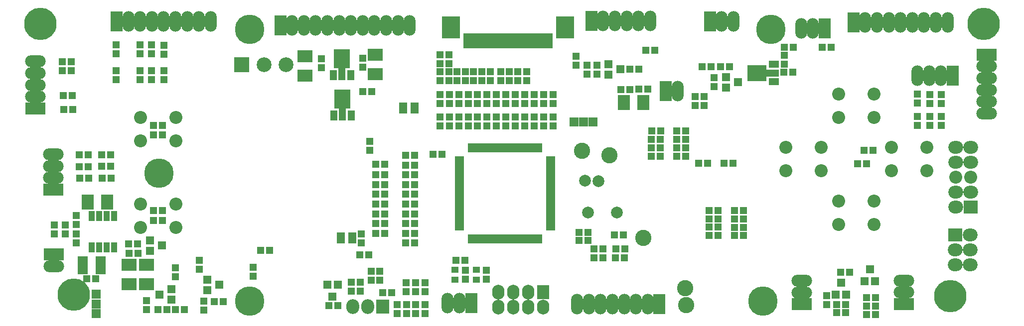
<source format=gts>
G04 (created by PCBNEW-RS274X (2011-07-08 BZR 3044)-stable) date 03/08/2011 00:28:50*
G01*
G70*
G90*
%MOIN*%
G04 Gerber Fmt 3.4, Leading zero omitted, Abs format*
%FSLAX34Y34*%
G04 APERTURE LIST*
%ADD10C,0.006000*%
%ADD11O,0.079100X0.138100*%
%ADD12R,0.079100X0.138100*%
%ADD13C,0.086900*%
%ADD14R,0.055000X0.075000*%
%ADD15R,0.100000X0.080000*%
%ADD16R,0.045000X0.051500*%
%ADD17R,0.051500X0.045000*%
%ADD18R,0.080000X0.100000*%
%ADD19C,0.108600*%
%ADD20R,0.056000X0.056000*%
%ADD21R,0.094800X0.086900*%
%ADD22O,0.098700X0.086900*%
%ADD23R,0.060000X0.030000*%
%ADD24R,0.030000X0.060000*%
%ADD25R,0.030000X0.100000*%
%ADD26R,0.120000X0.150000*%
%ADD27R,0.047600X0.067200*%
%ADD28R,0.047600X0.098700*%
%ADD29R,0.106600X0.130300*%
%ADD30R,0.083000X0.094800*%
%ADD31O,0.083000X0.098700*%
%ADD32C,0.197200*%
%ADD33C,0.216900*%
%ADD34R,0.040000X0.065000*%
%ADD35R,0.070000X0.120000*%
%ADD36R,0.059400X0.059400*%
%ADD37O,0.138100X0.079100*%
%ADD38R,0.138100X0.079100*%
%ADD39C,0.079100*%
%ADD40R,0.067200X0.047600*%
%ADD41R,0.098700X0.047600*%
%ADD42R,0.130300X0.106600*%
%ADD43R,0.051500X0.043600*%
%ADD44R,0.098700X0.098700*%
%ADD45C,0.098700*%
%ADD46R,0.086900X0.094800*%
%ADD47O,0.086900X0.098700*%
G04 APERTURE END LIST*
G54D10*
G54D11*
X20162Y-13260D03*
X19375Y-13260D03*
G54D12*
X18587Y-13260D03*
G54D11*
X20949Y-13260D03*
X21737Y-13260D03*
X22524Y-13260D03*
X23311Y-13260D03*
X24098Y-13260D03*
X24886Y-13260D03*
G54D13*
X66890Y-26850D03*
X66890Y-25276D03*
X69252Y-26850D03*
X69252Y-25276D03*
X72795Y-21693D03*
X72795Y-23267D03*
X70433Y-21693D03*
X70433Y-23267D03*
X69252Y-18110D03*
X69252Y-19684D03*
X66890Y-18110D03*
X66890Y-19684D03*
G54D14*
X34342Y-27756D03*
X33592Y-27756D03*
G54D15*
X31197Y-15590D03*
X31197Y-16890D03*
X35902Y-15472D03*
X35902Y-16772D03*
G54D14*
X38505Y-19065D03*
X37755Y-19065D03*
G54D16*
X36510Y-27450D03*
X35910Y-27450D03*
X36510Y-26800D03*
X35910Y-26800D03*
X36510Y-24832D03*
X35910Y-24832D03*
X36510Y-23523D03*
X35910Y-23523D03*
G54D17*
X35039Y-15713D03*
X35039Y-16313D03*
G54D16*
X36510Y-26151D03*
X35910Y-26151D03*
X36510Y-25491D03*
X35910Y-25491D03*
X36510Y-24173D03*
X35910Y-24173D03*
X36509Y-22815D03*
X35909Y-22815D03*
X50133Y-27392D03*
X49533Y-27392D03*
X51897Y-27539D03*
X52497Y-27539D03*
G54D17*
X32293Y-15753D03*
X32293Y-16353D03*
X34951Y-27476D03*
X34951Y-28076D03*
G54D16*
X49533Y-27933D03*
X50133Y-27933D03*
X38518Y-28090D03*
X37918Y-28090D03*
X35644Y-17953D03*
X35044Y-17953D03*
X15064Y-19144D03*
X15664Y-19144D03*
X59228Y-22740D03*
X59828Y-22740D03*
G54D17*
X37972Y-32231D03*
X37972Y-32831D03*
G54D16*
X51964Y-29085D03*
X52564Y-29085D03*
X14956Y-16535D03*
X15556Y-16535D03*
X53529Y-17795D03*
X54129Y-17795D03*
G54D17*
X38602Y-32231D03*
X38602Y-32831D03*
X39224Y-32231D03*
X39224Y-32831D03*
X46033Y-16629D03*
X46033Y-17229D03*
X44281Y-16619D03*
X44281Y-17219D03*
X43021Y-16620D03*
X43021Y-17220D03*
X41918Y-16620D03*
X41918Y-17220D03*
X43572Y-16620D03*
X43572Y-17220D03*
X42470Y-16620D03*
X42470Y-17220D03*
X41367Y-16620D03*
X41367Y-17220D03*
X45413Y-17219D03*
X45413Y-16619D03*
X44852Y-16629D03*
X44852Y-17229D03*
X35508Y-21294D03*
X35508Y-21894D03*
G54D16*
X37918Y-22224D03*
X38518Y-22224D03*
X38508Y-27450D03*
X37908Y-27450D03*
X38518Y-26151D03*
X37918Y-26151D03*
X38518Y-24832D03*
X37918Y-24832D03*
X38518Y-23523D03*
X37918Y-23523D03*
G54D17*
X38594Y-30743D03*
X38594Y-31343D03*
G54D16*
X38518Y-26800D03*
X37918Y-26800D03*
X38519Y-25491D03*
X37919Y-25491D03*
X38518Y-24173D03*
X37918Y-24173D03*
X38518Y-22873D03*
X37918Y-22873D03*
X57516Y-22736D03*
X58131Y-22736D03*
G54D17*
X37969Y-30747D03*
X37969Y-31347D03*
X39217Y-30747D03*
X39217Y-31347D03*
G54D16*
X50517Y-28484D03*
X51117Y-28484D03*
X50527Y-29085D03*
X51127Y-29085D03*
X52919Y-16466D03*
X53519Y-16466D03*
G54D17*
X50728Y-16796D03*
X50728Y-16196D03*
X49321Y-15576D03*
X49321Y-16176D03*
X40816Y-15478D03*
X40816Y-16078D03*
X40816Y-17220D03*
X40816Y-16620D03*
X40226Y-17219D03*
X40226Y-16619D03*
X40217Y-15487D03*
X40217Y-16087D03*
X40216Y-19661D03*
X40216Y-20261D03*
X41476Y-19661D03*
X41476Y-20261D03*
X42736Y-19661D03*
X42736Y-20261D03*
X43996Y-19661D03*
X43996Y-20261D03*
X40216Y-18146D03*
X40216Y-18746D03*
X41476Y-18145D03*
X41476Y-18745D03*
X42736Y-18145D03*
X42736Y-18745D03*
X43996Y-18145D03*
X43996Y-18745D03*
X40846Y-19661D03*
X40846Y-20261D03*
X42106Y-19661D03*
X42106Y-20261D03*
X43366Y-19661D03*
X43366Y-20261D03*
X44626Y-19661D03*
X44626Y-20261D03*
X40846Y-18145D03*
X40846Y-18745D03*
X42106Y-18145D03*
X42106Y-18745D03*
X43366Y-18145D03*
X43366Y-18745D03*
X44626Y-18145D03*
X44626Y-18745D03*
X47145Y-19661D03*
X47145Y-20261D03*
X45885Y-19661D03*
X45885Y-20261D03*
X47776Y-19661D03*
X47776Y-20261D03*
X46515Y-19661D03*
X46515Y-20261D03*
X45256Y-19661D03*
X45256Y-20261D03*
X47775Y-18145D03*
X47775Y-18745D03*
X46515Y-18145D03*
X46515Y-18745D03*
X45256Y-18145D03*
X45256Y-18745D03*
X47145Y-18145D03*
X47145Y-18745D03*
X45885Y-18145D03*
X45885Y-18745D03*
G54D16*
X52338Y-17805D03*
X52938Y-17805D03*
G54D18*
X52527Y-18701D03*
X53827Y-18701D03*
G54D13*
X65709Y-21693D03*
X65709Y-23267D03*
X63347Y-21693D03*
X63347Y-23267D03*
X20197Y-21259D03*
X20197Y-19685D03*
X22559Y-21259D03*
X22559Y-19685D03*
X20197Y-27047D03*
X20197Y-25473D03*
X22559Y-27047D03*
X22559Y-25473D03*
G54D16*
X14966Y-15965D03*
X15566Y-15965D03*
X15615Y-18228D03*
X15015Y-18228D03*
X67623Y-30039D03*
X67023Y-30039D03*
X68745Y-31742D03*
X69345Y-31742D03*
G54D17*
X66101Y-31629D03*
X66101Y-32229D03*
G54D16*
X66747Y-32756D03*
X67347Y-32756D03*
X68755Y-32323D03*
X69355Y-32323D03*
G54D19*
X53807Y-27764D03*
G54D16*
X68755Y-32874D03*
X69355Y-32874D03*
G54D20*
X69336Y-30666D03*
X68636Y-30666D03*
X68986Y-29866D03*
X67396Y-31542D03*
X66696Y-31542D03*
X67046Y-30742D03*
X51500Y-16806D03*
X51500Y-16106D03*
X52300Y-16456D03*
G54D16*
X19997Y-28150D03*
X19397Y-28150D03*
X19405Y-28772D03*
X20005Y-28772D03*
G54D20*
X20812Y-28618D03*
X20812Y-27918D03*
X21612Y-28268D03*
G54D16*
X57298Y-18278D03*
X57898Y-18278D03*
X57294Y-18898D03*
X57894Y-18898D03*
X54591Y-15201D03*
X53991Y-15201D03*
X52574Y-28484D03*
X51974Y-28484D03*
G54D21*
X75736Y-25671D03*
G54D22*
X74736Y-25671D03*
X75736Y-24671D03*
X74736Y-24671D03*
G54D13*
X75736Y-23671D03*
X74736Y-23671D03*
G54D22*
X75736Y-22671D03*
X74736Y-22671D03*
X75736Y-21671D03*
X74736Y-21671D03*
G54D17*
X73750Y-18145D03*
X73750Y-18745D03*
G54D23*
X41527Y-27134D03*
X41527Y-22414D03*
X41527Y-22614D03*
X41527Y-22804D03*
X41527Y-23004D03*
X41527Y-23204D03*
X41527Y-23394D03*
X41527Y-23594D03*
X41527Y-23794D03*
X41527Y-23984D03*
X41527Y-24184D03*
X41527Y-24384D03*
X41527Y-24584D03*
X41527Y-24774D03*
X41527Y-24974D03*
X41527Y-25174D03*
X41527Y-25364D03*
X41527Y-25564D03*
X41527Y-25764D03*
X41527Y-25954D03*
X41527Y-26154D03*
X41527Y-26354D03*
X41527Y-26544D03*
X41527Y-26744D03*
X41527Y-26944D03*
G54D24*
X42217Y-21724D03*
X46937Y-21724D03*
X46737Y-21724D03*
X46547Y-21724D03*
X46347Y-21724D03*
X46147Y-21724D03*
X45957Y-21724D03*
X45757Y-21724D03*
X45557Y-21724D03*
X45367Y-21724D03*
X45167Y-21724D03*
X44967Y-21724D03*
X44767Y-21724D03*
X44577Y-21724D03*
X44377Y-21724D03*
X44177Y-21724D03*
X43987Y-21724D03*
X43787Y-21724D03*
X43587Y-21724D03*
X43397Y-21724D03*
X43197Y-21724D03*
X42997Y-21724D03*
X42807Y-21724D03*
X42607Y-21724D03*
X42407Y-21724D03*
X42217Y-27824D03*
X42417Y-27824D03*
X42607Y-27824D03*
X42807Y-27824D03*
X43007Y-27824D03*
X43197Y-27824D03*
X43397Y-27824D03*
X43597Y-27824D03*
X43787Y-27824D03*
X43987Y-27824D03*
X44187Y-27824D03*
X44387Y-27824D03*
X44577Y-27824D03*
X44777Y-27824D03*
X44977Y-27824D03*
X45167Y-27824D03*
X45367Y-27824D03*
X45567Y-27824D03*
X45757Y-27824D03*
X45957Y-27824D03*
X46157Y-27824D03*
X46347Y-27824D03*
X46547Y-27824D03*
X46747Y-27824D03*
X46937Y-27824D03*
G54D23*
X47627Y-27134D03*
X47627Y-26934D03*
X47627Y-26744D03*
X47627Y-26544D03*
X47627Y-26344D03*
X47627Y-26154D03*
X47627Y-25954D03*
X47627Y-25754D03*
X47627Y-25564D03*
X47627Y-25364D03*
X47627Y-25164D03*
X47627Y-24964D03*
X47627Y-24774D03*
X47627Y-24574D03*
X47627Y-24374D03*
X47627Y-24184D03*
X47627Y-23984D03*
X47627Y-23784D03*
X47627Y-23594D03*
X47627Y-23394D03*
X47627Y-23194D03*
X47627Y-23004D03*
X47627Y-22804D03*
X47627Y-22604D03*
X47627Y-22414D03*
G54D21*
X74697Y-27553D03*
G54D22*
X75697Y-27553D03*
X74697Y-28553D03*
X75697Y-28553D03*
X74697Y-29553D03*
X75697Y-29553D03*
G54D25*
X43878Y-14548D03*
X44078Y-14548D03*
X44273Y-14548D03*
X44468Y-14548D03*
X44668Y-14548D03*
X44863Y-14548D03*
X45058Y-14548D03*
X45258Y-14548D03*
X45453Y-14548D03*
X45648Y-14548D03*
X43681Y-14548D03*
X45848Y-14548D03*
X46043Y-14548D03*
X43484Y-14548D03*
X47618Y-14548D03*
X46238Y-14548D03*
X46438Y-14548D03*
X46633Y-14548D03*
X46828Y-14548D03*
X47028Y-14548D03*
X47223Y-14548D03*
X47418Y-14548D03*
X43287Y-14548D03*
X43091Y-14548D03*
X42894Y-14548D03*
X42697Y-14548D03*
X42500Y-14548D03*
X42303Y-14548D03*
X42106Y-14548D03*
X41909Y-14548D03*
G54D26*
X48588Y-13668D03*
X40958Y-13668D03*
G54D27*
X33078Y-16854D03*
G54D28*
X33669Y-16697D03*
G54D27*
X34260Y-16854D03*
G54D29*
X33669Y-15752D03*
G54D27*
X33110Y-19537D03*
G54D28*
X33701Y-19380D03*
G54D27*
X34292Y-19537D03*
G54D29*
X33701Y-18435D03*
G54D30*
X47130Y-31394D03*
G54D31*
X47130Y-32394D03*
X46130Y-31394D03*
X46130Y-32394D03*
X45130Y-31394D03*
X45130Y-32394D03*
X44130Y-31394D03*
X44130Y-32394D03*
G54D19*
X49732Y-21909D03*
X51547Y-22205D03*
G54D16*
X16088Y-22972D03*
X16688Y-22972D03*
X16117Y-23750D03*
X16717Y-23750D03*
G54D17*
X72156Y-18125D03*
X72156Y-18725D03*
G54D16*
X16088Y-22175D03*
X16688Y-22175D03*
G54D17*
X72972Y-18135D03*
X72972Y-18735D03*
G54D16*
X17604Y-22943D03*
X18204Y-22943D03*
X17613Y-23750D03*
X18213Y-23750D03*
G54D17*
X72165Y-19611D03*
X72165Y-20211D03*
G54D16*
X17604Y-22175D03*
X18204Y-22175D03*
G54D17*
X72972Y-19611D03*
X72972Y-20211D03*
X73750Y-19611D03*
X73750Y-20211D03*
G54D16*
X40343Y-22154D03*
X39743Y-22154D03*
G54D32*
X62362Y-13780D03*
G54D33*
X76575Y-13425D03*
G54D32*
X61811Y-31969D03*
G54D33*
X74370Y-31654D03*
G54D32*
X27480Y-31969D03*
G54D33*
X15709Y-31535D03*
G54D32*
X21417Y-23425D03*
G54D33*
X13504Y-13425D03*
G54D32*
X27480Y-13780D03*
G54D17*
X15894Y-27483D03*
X15894Y-28083D03*
X15890Y-26247D03*
X15890Y-26847D03*
G54D34*
X16919Y-26296D03*
X16919Y-28396D03*
X17419Y-26296D03*
X17919Y-26296D03*
X18419Y-26296D03*
X17419Y-28396D03*
X17919Y-28396D03*
X18419Y-28396D03*
G54D18*
X16669Y-25358D03*
X17969Y-25358D03*
G54D16*
X16602Y-30488D03*
X17202Y-30488D03*
G54D17*
X15161Y-26885D03*
X15161Y-27485D03*
G54D35*
X16337Y-29571D03*
X17537Y-29571D03*
G54D17*
X24130Y-29859D03*
X24130Y-29259D03*
X20579Y-32540D03*
X20579Y-31940D03*
G54D16*
X23119Y-32551D03*
X22519Y-32551D03*
X21342Y-32551D03*
X21942Y-32551D03*
X25106Y-32020D03*
X25706Y-32020D03*
G54D17*
X24421Y-31976D03*
X24421Y-32576D03*
G54D20*
X24651Y-31240D03*
X24651Y-30540D03*
X25451Y-30890D03*
X22239Y-31189D03*
X22239Y-31889D03*
X21439Y-31539D03*
G54D15*
X20591Y-30839D03*
X20591Y-29539D03*
X19429Y-30839D03*
X19429Y-29539D03*
G54D16*
X36401Y-31421D03*
X37001Y-31421D03*
G54D17*
X37339Y-32831D03*
X37339Y-32231D03*
X36189Y-30583D03*
X36189Y-29983D03*
X35630Y-30580D03*
X35630Y-29980D03*
X34902Y-31320D03*
X34902Y-30720D03*
X34283Y-31312D03*
X34283Y-30712D03*
X50039Y-16192D03*
X50039Y-16792D03*
G54D19*
X56618Y-31114D03*
X56689Y-32244D03*
G54D36*
X17205Y-32173D03*
X17205Y-32813D03*
X17205Y-31533D03*
G54D17*
X58571Y-17027D03*
X58571Y-17627D03*
G54D11*
X59858Y-13236D03*
X59071Y-13236D03*
G54D12*
X58283Y-13236D03*
G54D11*
X51925Y-13216D03*
X51138Y-13216D03*
G54D12*
X50350Y-13216D03*
G54D11*
X52712Y-13216D03*
X53500Y-13216D03*
X54287Y-13216D03*
X69454Y-13331D03*
X68667Y-13331D03*
G54D12*
X67879Y-13331D03*
G54D11*
X70241Y-13331D03*
X71029Y-13331D03*
X71816Y-13331D03*
X72603Y-13331D03*
X73390Y-13331D03*
X74178Y-13331D03*
G54D37*
X76795Y-17055D03*
X76795Y-16268D03*
G54D38*
X76795Y-15480D03*
G54D37*
X76795Y-17842D03*
X76795Y-18630D03*
X76795Y-19417D03*
G54D11*
X31114Y-13520D03*
X30326Y-13520D03*
G54D12*
X29539Y-13520D03*
G54D11*
X31901Y-13520D03*
X32689Y-13520D03*
X33476Y-13520D03*
X34263Y-13520D03*
X35051Y-13520D03*
X35838Y-13520D03*
X36626Y-13520D03*
X37413Y-13520D03*
X38200Y-13520D03*
G54D37*
X13142Y-17504D03*
X13142Y-18291D03*
G54D38*
X13142Y-19079D03*
G54D37*
X13142Y-16717D03*
X13142Y-15929D03*
X14399Y-29654D03*
G54D38*
X14399Y-28866D03*
G54D37*
X71252Y-30611D03*
X71252Y-31398D03*
G54D38*
X71252Y-32186D03*
G54D37*
X64413Y-30626D03*
X64413Y-31413D03*
G54D38*
X64413Y-32201D03*
G54D11*
X72945Y-16882D03*
X73732Y-16882D03*
G54D12*
X74520Y-16882D03*
G54D11*
X72158Y-16882D03*
X53326Y-32201D03*
X54113Y-32201D03*
G54D12*
X54901Y-32201D03*
G54D11*
X52539Y-32201D03*
X51751Y-32201D03*
X50964Y-32201D03*
X50177Y-32201D03*
X49390Y-32201D03*
X56107Y-17912D03*
G54D12*
X55319Y-17912D03*
G54D39*
X50133Y-26035D03*
X52055Y-26035D03*
G54D16*
X54366Y-21153D03*
X54966Y-21153D03*
X54362Y-22291D03*
X54962Y-22291D03*
X58232Y-26480D03*
X58832Y-26480D03*
X58221Y-27586D03*
X58821Y-27586D03*
X54378Y-20582D03*
X54978Y-20582D03*
X54362Y-21724D03*
X54962Y-21724D03*
X58228Y-25917D03*
X58828Y-25917D03*
X58225Y-27031D03*
X58825Y-27031D03*
G54D17*
X20146Y-17150D03*
X20146Y-16550D03*
X21756Y-17146D03*
X21756Y-16546D03*
G54D16*
X21658Y-26598D03*
X21058Y-26598D03*
G54D17*
X18563Y-17158D03*
X18563Y-16558D03*
X20921Y-17139D03*
X20921Y-16539D03*
G54D16*
X21658Y-20835D03*
X21058Y-20835D03*
G54D17*
X18559Y-15434D03*
X18559Y-14834D03*
X20921Y-15434D03*
X20921Y-14834D03*
G54D16*
X21650Y-20205D03*
X21050Y-20205D03*
X56054Y-20578D03*
X56654Y-20578D03*
X56051Y-21728D03*
X56651Y-21728D03*
X59921Y-25916D03*
X60521Y-25916D03*
X59924Y-27035D03*
X60524Y-27035D03*
G54D17*
X20142Y-15434D03*
X20142Y-14834D03*
X21752Y-15454D03*
X21752Y-14854D03*
G54D16*
X21639Y-25933D03*
X21039Y-25933D03*
X56051Y-21149D03*
X56651Y-21149D03*
X56051Y-22287D03*
X56651Y-22287D03*
X59924Y-26476D03*
X60524Y-26476D03*
X59909Y-27590D03*
X60509Y-27590D03*
G54D40*
X62539Y-17296D03*
G54D41*
X62382Y-16705D03*
G54D40*
X62539Y-16114D03*
G54D42*
X61437Y-16705D03*
G54D17*
X63264Y-16107D03*
X63264Y-15507D03*
G54D16*
X63231Y-16665D03*
X63831Y-16665D03*
X58995Y-16272D03*
X59595Y-16272D03*
G54D11*
X64374Y-13721D03*
X65161Y-13721D03*
G54D12*
X65949Y-13721D03*
G54D20*
X59352Y-17673D03*
X59352Y-16973D03*
X60152Y-17323D03*
G54D36*
X49827Y-19980D03*
X49187Y-19980D03*
X50467Y-19980D03*
G54D16*
X65798Y-14969D03*
X66398Y-14969D03*
X63271Y-14988D03*
X63871Y-14988D03*
G54D39*
X49929Y-23933D03*
X50835Y-23937D03*
G54D37*
X14342Y-22945D03*
X14342Y-23732D03*
G54D38*
X14342Y-24520D03*
G54D37*
X14342Y-22158D03*
G54D17*
X43323Y-29928D03*
X43323Y-30528D03*
G54D16*
X41875Y-29260D03*
X41275Y-29260D03*
G54D17*
X41929Y-29917D03*
X41929Y-30517D03*
G54D11*
X40733Y-32134D03*
X41520Y-32134D03*
G54D12*
X42308Y-32134D03*
G54D17*
X27732Y-30304D03*
X27732Y-29704D03*
G54D16*
X69186Y-21894D03*
X68586Y-21894D03*
X28831Y-28598D03*
X28231Y-28598D03*
X68753Y-22780D03*
X68153Y-22780D03*
X67346Y-32205D03*
X66746Y-32205D03*
X58339Y-16276D03*
X57739Y-16276D03*
G54D43*
X42650Y-29893D03*
X42650Y-30563D03*
X41236Y-29893D03*
X41236Y-30563D03*
G54D17*
X14421Y-26885D03*
X14421Y-27485D03*
X22524Y-30367D03*
X22524Y-29767D03*
G54D16*
X32798Y-32295D03*
X33398Y-32295D03*
G54D20*
X32678Y-30887D03*
X33378Y-30887D03*
X33028Y-31687D03*
G54D44*
X26965Y-16150D03*
G54D45*
X28441Y-16150D03*
X29917Y-16150D03*
G54D46*
X36398Y-32335D03*
G54D47*
X35398Y-32335D03*
X34398Y-32335D03*
G54D16*
X34854Y-28874D03*
X35454Y-28874D03*
M02*

</source>
